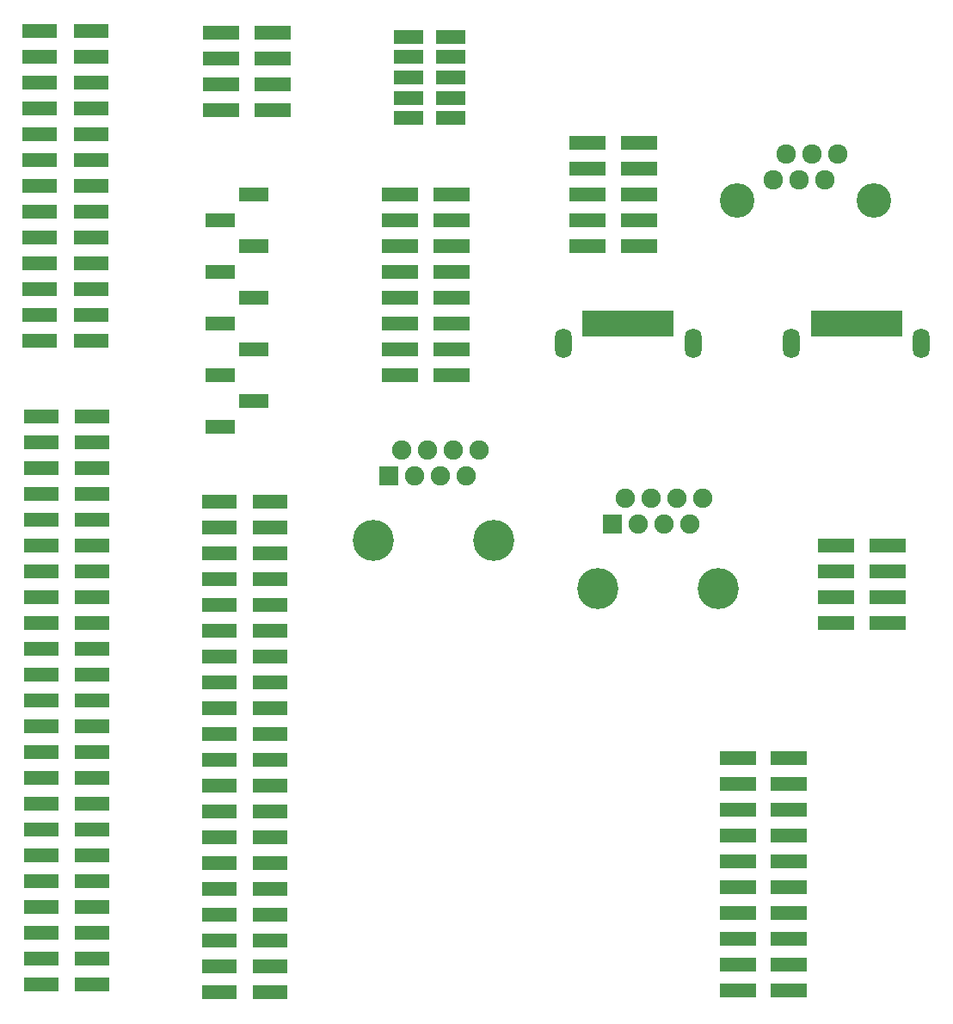
<source format=gts>
%MOIN*%
%OFA0B0*%
%FSLAX46Y46*%
%IPPOS*%
%LPD*%
%ADD10C,0.0039370078740157488*%
%ADD21C,0.0039370078740157488*%
%ADD22R,0.13976377952755906X0.055118110236220472*%
%ADD23C,0.0039370078740157488*%
%ADD24R,0.11456692913385828X0.055118110236220472*%
%ADD25C,0.0039370078740157488*%
%ADD26R,0.13976377952755906X0.055118110236220472*%
%ADD27C,0.0039370078740157488*%
%ADD28R,0.1173228346456693X0.055118110236220472*%
%ADD29C,0.0039370078740157488*%
%ADD30R,0.13976377952755906X0.055118110236220472*%
%ADD31C,0.0039370078740157488*%
%ADD32R,0.13976377952755906X0.055118110236220472*%
%ADD33C,0.0039370078740157488*%
%ADD34R,0.13976377952755906X0.055118110236220472*%
%ADD35C,0.0039370078740157488*%
%ADD36R,0.13385826771653545X0.055118110236220472*%
%ADD37C,0.0039370078740157488*%
%ADD38R,0.13385826771653545X0.055118110236220472*%
%ADD39C,0.0039370078740157488*%
%ADD40R,0.13385826771653545X0.055118110236220472*%
%ADD41C,0.0039370078740157488*%
%ADD42C,0.075590551181102361*%
%ADD43C,0.13385826771653545*%
%ADD44C,0.0039370078740157488*%
%ADD45C,0.15944881889763779*%
%ADD46R,0.074803149606299218X0.074803149606299218*%
%ADD47C,0.074803149606299218*%
%ADD48C,0.0039370078740157488*%
%ADD49C,0.15944881889763779*%
%ADD50R,0.074803149606299218X0.074803149606299218*%
%ADD51C,0.074803149606299218*%
%ADD52C,0.0039370078740157488*%
%ADD53R,0.055048031496062994X0.098348031496063*%
%ADD54O,0.065748031496063X0.115748031496063*%
%ADD55C,0.0039370078740157488*%
%ADD56R,0.055048031496062994X0.098348031496063*%
%ADD57O,0.065748031496063X0.115748031496063*%
G01G01*
D10*
G04 next file*
G04 #@! TF.FileFunction,Soldermask,Top*
G04 Gerber Fmt 4.6, Leading zero omitted, Abs format (unit mm)*
G04 Created by KiCad (PCBNEW 4.0.7-e2-6376~58~ubuntu16.04.1) date Sat Jan 13 09:32:06 2018*
G01G01*
G04 APERTURE LIST*
G04 APERTURE END LIST*
D21*
D22*
X-0002440944Y0005807086D02*
X0003306141Y0001823070D03*
X0003504960Y0001823070D03*
X0003306141Y0001723070D03*
X0003504960Y0001723070D03*
X0003306141Y0001623070D03*
X0003504960Y0001623070D03*
X0003306141Y0001523070D03*
X0003504960Y0001523070D03*
G04 next file*
G04 #@! TF.FileFunction,Soldermask,Top*
G04 Gerber Fmt 4.6, Leading zero omitted, Abs format (unit mm)*
G04 Created by KiCad (PCBNEW 4.0.7-e2-6376~58~ubuntu16.04.1) date Sat Jan 13 09:35:41 2018*
G01G01*
G04 APERTURE LIST*
G04 APERTURE END LIST*
D23*
D24*
X-0004862204Y0006870078D02*
X0000919133Y0003086062D03*
X0000919133Y0002886062D03*
X0000919133Y0002686062D03*
X0000919133Y0002486062D03*
X0000919133Y0002286062D03*
X0001049448Y0003186062D03*
X0001049448Y0002986062D03*
X0001049448Y0002786062D03*
X0001049448Y0002586062D03*
X0001049448Y0002386062D03*
G04 next file*
G04 #@! TF.FileFunction,Soldermask,Top*
G04 Gerber Fmt 4.6, Leading zero omitted, Abs format (unit mm)*
G04 Created by KiCad (PCBNEW 4.0.7-e2-6376~58~ubuntu16.04.1) date Sat Jan 13 09:37:07 2018*
G01G01*
G04 APERTURE LIST*
G04 APERTURE END LIST*
D25*
D26*
X-0005157480Y0007795275D02*
X0000923700Y0003811259D03*
X0001122519Y0003811259D03*
X0000923700Y0003711259D03*
X0001122519Y0003711259D03*
X0000923700Y0003611259D03*
X0001122519Y0003611259D03*
X0000923700Y0003511259D03*
X0001122519Y0003511259D03*
G04 next file*
G04 #@! TF.FileFunction,Soldermask,Top*
G04 Gerber Fmt 4.6, Leading zero omitted, Abs format (unit mm)*
G04 Created by KiCad (PCBNEW 4.0.7-e2-6376~58~ubuntu16.04.1) date Sat Jan 13 09:41:55 2018*
G01G01*
G04 APERTURE LIST*
G04 APERTURE END LIST*
D27*
D28*
X-0003602362Y0007775590D02*
X0001648464Y0003795551D03*
X0001812637Y0003795551D03*
X0001648464Y0003716811D03*
X0001812637Y0003716811D03*
X0001648464Y0003638070D03*
X0001812637Y0003638070D03*
X0001648464Y0003559330D03*
X0001812637Y0003559330D03*
X0001648464Y0003480590D03*
X0001812637Y0003480590D03*
G04 next file*
G04 #@! TF.FileFunction,Soldermask,Top*
G04 Gerber Fmt 4.6, Leading zero omitted, Abs format (unit mm)*
G04 Created by KiCad (PCBNEW 4.0.7-e2-6376~58~ubuntu16.04.1) date Sat Jan 13 09:41:31 2018*
G01G01*
G04 APERTURE LIST*
G04 APERTURE END LIST*
D29*
D30*
X-0002125984Y0007224409D02*
X0002344015Y0003384409D03*
X0002542834Y0003384409D03*
X0002344015Y0003284409D03*
X0002542834Y0003284409D03*
X0002344015Y0003184409D03*
X0002542834Y0003184409D03*
X0002344015Y0003084409D03*
X0002542834Y0003084409D03*
X0002344015Y0002984409D03*
X0002542834Y0002984409D03*
G04 next file*
G04 #@! TF.FileFunction,Soldermask,Top*
G04 Gerber Fmt 4.6, Leading zero omitted, Abs format (unit mm)*
G04 Created by KiCad (PCBNEW 4.0.7-e2-6376~58~ubuntu16.04.1) date Sat Jan 13 09:42:42 2018*
G01G01*
G04 APERTURE LIST*
G04 APERTURE END LIST*
D31*
D32*
X-0004133858Y0006968503D02*
X0001617322Y0003183503D03*
X0001816141Y0003183503D03*
X0001617322Y0003083503D03*
X0001816141Y0003083503D03*
X0001617322Y0002983503D03*
X0001816141Y0002983503D03*
X0001617322Y0002883503D03*
X0001816141Y0002883503D03*
X0001617322Y0002783503D03*
X0001816141Y0002783503D03*
X0001617322Y0002683503D03*
X0001816141Y0002683503D03*
X0001617322Y0002583503D03*
X0001816141Y0002583503D03*
X0001617322Y0002483503D03*
X0001816141Y0002483503D03*
G04 next file*
G04 #@! TF.FileFunction,Soldermask,Top*
G04 Gerber Fmt 4.6, Leading zero omitted, Abs format (unit mm)*
G04 Created by KiCad (PCBNEW 4.0.7-e2-6376~58~ubuntu16.04.1) date Sat Jan 13 09:44:16 2018*
G01G01*
G04 APERTURE LIST*
G04 APERTURE END LIST*
D33*
D34*
X-0002814960Y0004685039D02*
X0002925039Y0001000039D03*
X0003123858Y0001000039D03*
X0002925039Y0000900039D03*
X0003123858Y0000900039D03*
X0002925039Y0000800039D03*
X0003123858Y0000800039D03*
X0002925039Y0000700039D03*
X0003123858Y0000700039D03*
X0002925039Y0000600039D03*
X0003123858Y0000600039D03*
X0002925039Y0000500039D03*
X0003123858Y0000500039D03*
X0002925039Y0000400039D03*
X0003123858Y0000400039D03*
X0002925039Y0000300039D03*
X0003123858Y0000300039D03*
X0002925039Y0000200039D03*
X0003123858Y0000200039D03*
X0002925039Y0000100039D03*
X0003123858Y0000100039D03*
G04 next file*
G04 #@! TF.FileFunction,Soldermask,Top*
G04 Gerber Fmt 4.6, Leading zero omitted, Abs format (unit mm)*
G04 Created by KiCad (PCBNEW 4.0.7-e2-6376~58~ubuntu16.04.1) date Sat Jan 13 09:58:48 2018*
G01G01*
G04 APERTURE LIST*
G04 APERTURE END LIST*
D35*
D36*
X-0006003937Y0007342519D02*
X0000419488Y0003817519D03*
X0000221062Y0003817519D03*
X0000419488Y0003717519D03*
X0000221062Y0003717519D03*
X0000419488Y0003617519D03*
X0000221062Y0003617519D03*
X0000419488Y0003517519D03*
X0000221062Y0003517519D03*
X0000419488Y0003417519D03*
X0000221062Y0003417519D03*
X0000419488Y0003317519D03*
X0000221062Y0003317519D03*
X0000419488Y0003217519D03*
X0000221062Y0003217519D03*
X0000419488Y0003117519D03*
X0000221062Y0003117519D03*
X0000419488Y0003017519D03*
X0000221062Y0003017519D03*
X0000419488Y0002917519D03*
X0000221062Y0002917519D03*
X0000419488Y0002817519D03*
X0000221062Y0002817519D03*
X0000419488Y0002717519D03*
X0000221062Y0002717519D03*
X0000419488Y0002617519D03*
X0000221062Y0002617519D03*
G04 next file*
G04 #@! TF.FileFunction,Soldermask,Top*
G04 Gerber Fmt 4.6, Leading zero omitted, Abs format (unit mm)*
G04 Created by KiCad (PCBNEW 4.0.7-e2-6376~58~ubuntu16.04.1) date Sat Jan 13 09:46:35 2018*
G01G01*
G04 APERTURE LIST*
G04 APERTURE END LIST*
D37*
D38*
X-0005236220Y0005177165D02*
X0001113779Y0001993149D03*
X0000915354Y0001993149D03*
X0001113779Y0001893149D03*
X0000915354Y0001893149D03*
X0001113779Y0001793149D03*
X0000915354Y0001793149D03*
X0001113779Y0001693149D03*
X0000915354Y0001693149D03*
X0001113779Y0001593149D03*
X0000915354Y0001593149D03*
X0001113779Y0001493149D03*
X0000915354Y0001493149D03*
X0001113779Y0001393149D03*
X0000915354Y0001393149D03*
X0001113779Y0001293149D03*
X0000915354Y0001293149D03*
X0001113779Y0001193149D03*
X0000915354Y0001193149D03*
X0001113779Y0001093149D03*
X0000915354Y0001093149D03*
X0001113779Y0000993149D03*
X0000915354Y0000993149D03*
X0001113779Y0000893149D03*
X0000915354Y0000893149D03*
X0001113779Y0000793149D03*
X0000915354Y0000793149D03*
X0001113779Y0000693149D03*
X0000915354Y0000693149D03*
X0001113779Y0000593149D03*
X0000915354Y0000593149D03*
X0001113779Y0000493149D03*
X0000915354Y0000493149D03*
X0001113779Y0000393149D03*
X0000915354Y0000393149D03*
X0001113779Y0000293149D03*
X0000915354Y0000293149D03*
X0001113779Y0000193149D03*
X0000915354Y0000193149D03*
X0001113779Y0000093149D03*
X0000915354Y0000093149D03*
G04 next file*
G04 #@! TF.FileFunction,Soldermask,Top*
G04 Gerber Fmt 4.6, Leading zero omitted, Abs format (unit mm)*
G04 Created by KiCad (PCBNEW 4.0.7-e2-6376~58~ubuntu16.04.1) date Sat Jan 13 09:47:37 2018*
G01G01*
G04 APERTURE LIST*
G04 APERTURE END LIST*
D39*
D40*
X-0005125000Y0005400000D02*
X0000423425Y0002325000D03*
X0000224999Y0002325000D03*
X0000423425Y0002225000D03*
X0000224999Y0002225000D03*
X0000423425Y0002125000D03*
X0000224999Y0002125000D03*
X0000423425Y0002025000D03*
X0000224999Y0002025000D03*
X0000423425Y0001925000D03*
X0000224999Y0001925000D03*
X0000423425Y0001825000D03*
X0000224999Y0001825000D03*
X0000423425Y0001725000D03*
X0000224999Y0001725000D03*
X0000423425Y0001625000D03*
X0000224999Y0001625000D03*
X0000423425Y0001525000D03*
X0000224999Y0001525000D03*
X0000423425Y0001425000D03*
X0000224999Y0001425000D03*
X0000423425Y0001325000D03*
X0000224999Y0001325000D03*
X0000423425Y0001225000D03*
X0000224999Y0001225000D03*
X0000423425Y0001125000D03*
X0000224999Y0001125000D03*
X0000423425Y0001025000D03*
X0000224999Y0001025000D03*
X0000423425Y0000925000D03*
X0000224999Y0000925000D03*
X0000423425Y0000825000D03*
X0000224999Y0000825000D03*
X0000423425Y0000725000D03*
X0000224999Y0000725000D03*
X0000423425Y0000625000D03*
X0000224999Y0000625000D03*
X0000423425Y0000525000D03*
X0000224999Y0000525000D03*
X0000423425Y0000425000D03*
X0000224999Y0000425000D03*
X0000423425Y0000325000D03*
X0000224999Y0000325000D03*
X0000423425Y0000225000D03*
X0000224999Y0000225000D03*
X0000423425Y0000125000D03*
X0000224999Y0000125000D03*
G04 next file*
G04 #@! TF.FileFunction,Soldermask,Top*
G04 Gerber Fmt 4.6, Leading zero omitted, Abs format (unit mm)*
G04 Created by KiCad (PCBNEW 4.0.7-e2-6376~58~ubuntu16.04.1) date Sat Jan 13 09:51:46 2018*
G01G01*
G04 APERTURE LIST*
G04 APERTURE END LIST*
D41*
D42*
X-0002696850Y0006712598D02*
X0003212992Y0003342519D03*
X0003112992Y0003342519D03*
X0003312992Y0003342519D03*
X0003062992Y0003242519D03*
X0003162992Y0003242519D03*
X0003262992Y0003242519D03*
D43*
X0003453149Y0003162598D03*
X0002922834Y0003162598D03*
G04 next file*
G04 #@! TF.FileFunction,Soldermask,Top*
G04 Gerber Fmt 4.6, Leading zero omitted, Abs format (unit mm)*
G04 Created by KiCad (PCBNEW 4.0.7-e2-6376~58~ubuntu16.04.1) date Sat Jan 13 09:50:08 2018*
G01G01*
G04 APERTURE LIST*
G04 APERTURE END LIST*
D44*
D45*
X-0003405511Y0006043307D02*
X0002849645Y0001659291D03*
X0002382322Y0001659291D03*
D46*
X0002440984Y0001909291D03*
D47*
X0002490984Y0002009291D03*
X0002540984Y0001909291D03*
X0002590984Y0002009291D03*
X0002640984Y0001909291D03*
X0002690984Y0002009291D03*
X0002740984Y0001909291D03*
X0002790984Y0002009291D03*
G04 next file*
G04 #@! TF.FileFunction,Soldermask,Top*
G04 Gerber Fmt 4.6, Leading zero omitted, Abs format (unit mm)*
G04 Created by KiCad (PCBNEW 4.0.7-e2-6376~58~ubuntu16.04.1) date Sat Jan 13 09:53:06 2018*
G01G01*
G04 APERTURE LIST*
G04 APERTURE END LIST*
D48*
D49*
X-0004803149Y0005944881D02*
X0001980511Y0001844881D03*
X0001513188Y0001844881D03*
D50*
X0001571850Y0002094881D03*
D51*
X0001621850Y0002194881D03*
X0001671850Y0002094881D03*
X0001721850Y0002194881D03*
X0001771850Y0002094881D03*
X0001821850Y0002194881D03*
X0001871850Y0002094881D03*
X0001921850Y0002194881D03*
G04 next file*
G04 #@! TF.FileFunction,Soldermask,Top*
G04 Gerber Fmt 4.6, Leading zero omitted, Abs format (unit mm)*
G04 Created by KiCad (PCBNEW 4.0.7-e2-6376~58~ubuntu16.04.1) date Sat Jan 13 09:54:45 2018*
G01G01*
G04 APERTURE LIST*
G04 APERTURE END LIST*
D52*
D53*
X-0003346456Y0006377952D02*
X0002350039Y0002684837D03*
X0002400039Y0002684837D03*
X0002450039Y0002684837D03*
X0002500039Y0002684837D03*
X0002550039Y0002684837D03*
X0002600039Y0002684837D03*
X0002650039Y0002684837D03*
D54*
X0002248139Y0002608037D03*
X0002751939Y0002608037D03*
G04 next file*
G04 #@! TF.FileFunction,Soldermask,Top*
G04 Gerber Fmt 4.6, Leading zero omitted, Abs format (unit mm)*
G04 Created by KiCad (PCBNEW 4.0.7-e2-6376~58~ubuntu16.04.1) date Sat Jan 13 09:54:03 2018*
G01G01*
G04 APERTURE LIST*
G04 APERTURE END LIST*
D55*
D56*
X-0002460629Y0006377952D02*
X0003235866Y0002684837D03*
X0003285866Y0002684837D03*
X0003335866Y0002684837D03*
X0003385866Y0002684837D03*
X0003435866Y0002684837D03*
X0003485866Y0002684837D03*
X0003535866Y0002684837D03*
D57*
X0003133966Y0002608037D03*
X0003637766Y0002608037D03*
M02*
</source>
